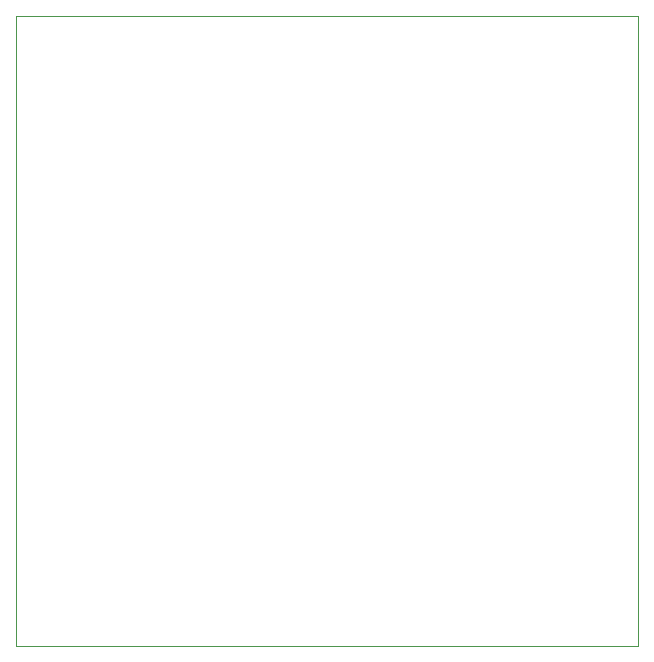
<source format=gbr>
G04 #@! TF.GenerationSoftware,KiCad,Pcbnew,(5.1.5)-3*
G04 #@! TF.CreationDate,2020-06-25T10:52:07+02:00*
G04 #@! TF.ProjectId,VacTool,56616354-6f6f-46c2-9e6b-696361645f70,v0.0*
G04 #@! TF.SameCoordinates,Original*
G04 #@! TF.FileFunction,Profile,NP*
%FSLAX46Y46*%
G04 Gerber Fmt 4.6, Leading zero omitted, Abs format (unit mm)*
G04 Created by KiCad (PCBNEW (5.1.5)-3) date 2020-06-25 10:52:07*
%MOMM*%
%LPD*%
G04 APERTURE LIST*
%ADD10C,0.050000*%
G04 APERTURE END LIST*
D10*
X175895000Y-83185000D02*
X175895000Y-124460000D01*
X175895000Y-71120000D02*
X175895000Y-83185000D01*
X160020000Y-71120000D02*
X175895000Y-71120000D01*
X142875000Y-71120000D02*
X160020000Y-71120000D01*
X128270000Y-71120000D02*
X142875000Y-71120000D01*
X123190000Y-71120000D02*
X128270000Y-71120000D01*
X123190000Y-111760000D02*
X123190000Y-71120000D01*
X123190000Y-124460000D02*
X123190000Y-111760000D01*
X123825000Y-124460000D02*
X123190000Y-124460000D01*
X143510000Y-124460000D02*
X123825000Y-124460000D01*
X167640000Y-124460000D02*
X143510000Y-124460000D01*
X175895000Y-124460000D02*
X167640000Y-124460000D01*
M02*

</source>
